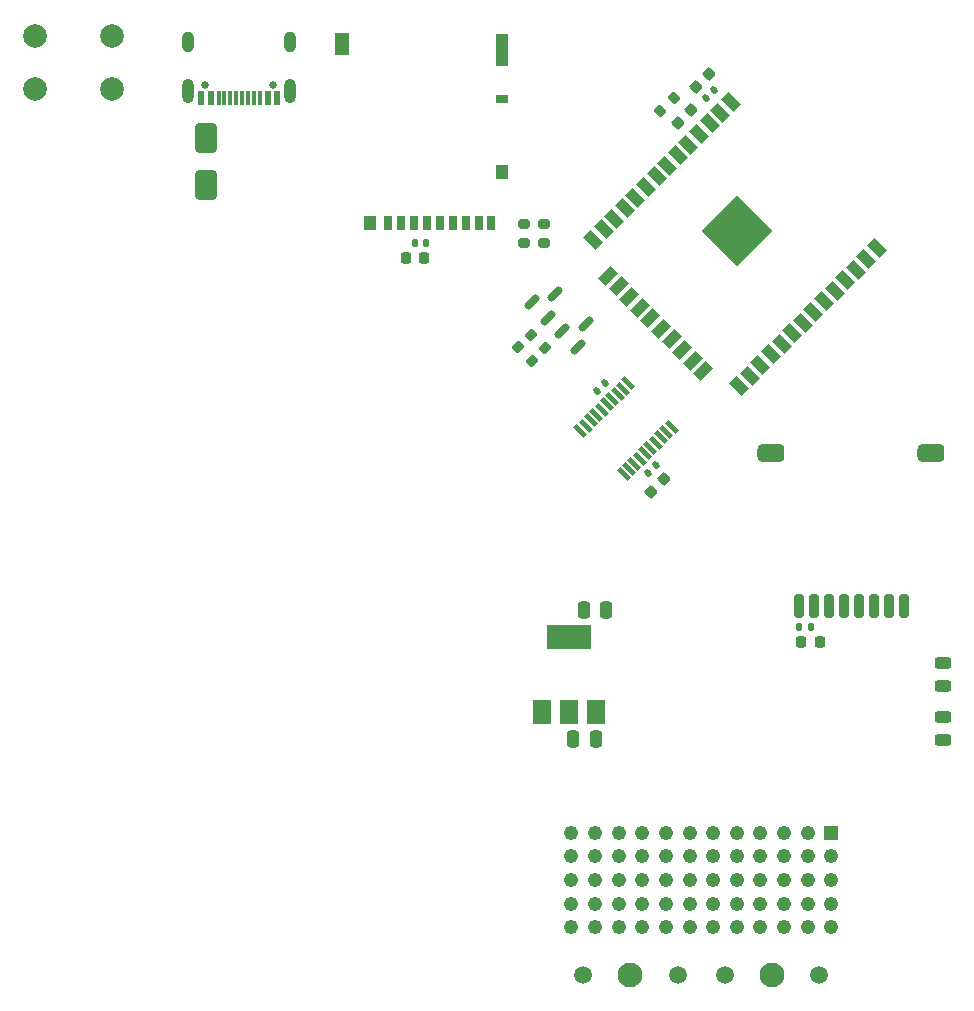
<source format=gbr>
%TF.GenerationSoftware,KiCad,Pcbnew,(7.0.0)*%
%TF.CreationDate,2023-02-28T21:09:02-08:00*%
%TF.ProjectId,daq-wireless,6461712d-7769-4726-956c-6573732e6b69,rev?*%
%TF.SameCoordinates,Original*%
%TF.FileFunction,Soldermask,Top*%
%TF.FilePolarity,Negative*%
%FSLAX46Y46*%
G04 Gerber Fmt 4.6, Leading zero omitted, Abs format (unit mm)*
G04 Created by KiCad (PCBNEW (7.0.0)) date 2023-02-28 21:09:02*
%MOMM*%
%LPD*%
G01*
G04 APERTURE LIST*
G04 Aperture macros list*
%AMRoundRect*
0 Rectangle with rounded corners*
0 $1 Rounding radius*
0 $2 $3 $4 $5 $6 $7 $8 $9 X,Y pos of 4 corners*
0 Add a 4 corners polygon primitive as box body*
4,1,4,$2,$3,$4,$5,$6,$7,$8,$9,$2,$3,0*
0 Add four circle primitives for the rounded corners*
1,1,$1+$1,$2,$3*
1,1,$1+$1,$4,$5*
1,1,$1+$1,$6,$7*
1,1,$1+$1,$8,$9*
0 Add four rect primitives between the rounded corners*
20,1,$1+$1,$2,$3,$4,$5,0*
20,1,$1+$1,$4,$5,$6,$7,0*
20,1,$1+$1,$6,$7,$8,$9,0*
20,1,$1+$1,$8,$9,$2,$3,0*%
%AMRotRect*
0 Rectangle, with rotation*
0 The origin of the aperture is its center*
0 $1 length*
0 $2 width*
0 $3 Rotation angle, in degrees counterclockwise*
0 Add horizontal line*
21,1,$1,$2,0,0,$3*%
G04 Aperture macros list end*
%ADD10RoundRect,0.140000X0.021213X-0.219203X0.219203X-0.021213X-0.021213X0.219203X-0.219203X0.021213X0*%
%ADD11RoundRect,0.140000X-0.140000X-0.170000X0.140000X-0.170000X0.140000X0.170000X-0.140000X0.170000X0*%
%ADD12RoundRect,0.150000X-0.309359X-0.521491X0.521491X0.309359X0.309359X0.521491X-0.521491X-0.309359X0*%
%ADD13RotRect,1.200000X0.400000X315.000000*%
%ADD14RoundRect,0.140000X-0.021213X0.219203X-0.219203X0.021213X0.021213X-0.219203X0.219203X-0.021213X0*%
%ADD15RoundRect,0.250000X0.250000X0.475000X-0.250000X0.475000X-0.250000X-0.475000X0.250000X-0.475000X0*%
%ADD16RoundRect,0.200000X-0.275000X0.200000X-0.275000X-0.200000X0.275000X-0.200000X0.275000X0.200000X0*%
%ADD17RotRect,1.500000X0.900000X315.000000*%
%ADD18RotRect,1.500000X0.900000X45.000000*%
%ADD19C,0.600000*%
%ADD20RotRect,4.200000X4.200000X315.000000*%
%ADD21RoundRect,0.225000X0.017678X-0.335876X0.335876X-0.017678X-0.017678X0.335876X-0.335876X0.017678X0*%
%ADD22RoundRect,0.250000X0.650000X-1.000000X0.650000X1.000000X-0.650000X1.000000X-0.650000X-1.000000X0*%
%ADD23RoundRect,0.200000X0.053033X-0.335876X0.335876X-0.053033X-0.053033X0.335876X-0.335876X0.053033X0*%
%ADD24RoundRect,0.243750X-0.456250X0.243750X-0.456250X-0.243750X0.456250X-0.243750X0.456250X0.243750X0*%
%ADD25RoundRect,0.225000X-0.225000X-0.250000X0.225000X-0.250000X0.225000X0.250000X-0.225000X0.250000X0*%
%ADD26RoundRect,0.225000X-0.017678X0.335876X-0.335876X0.017678X0.017678X-0.335876X0.335876X-0.017678X0*%
%ADD27RoundRect,0.140000X0.140000X0.170000X-0.140000X0.170000X-0.140000X-0.170000X0.140000X-0.170000X0*%
%ADD28C,0.650000*%
%ADD29R,0.600000X1.150000*%
%ADD30R,0.300000X1.150000*%
%ADD31O,1.000000X2.100000*%
%ADD32O,1.000000X1.800000*%
%ADD33RoundRect,0.200000X-0.335876X-0.053033X-0.053033X-0.335876X0.335876X0.053033X0.053033X0.335876X0*%
%ADD34RoundRect,0.200000X0.335876X0.053033X0.053033X0.335876X-0.335876X-0.053033X-0.053033X-0.335876X0*%
%ADD35RoundRect,0.200000X-0.200000X-0.800000X0.200000X-0.800000X0.200000X0.800000X-0.200000X0.800000X0*%
%ADD36RoundRect,0.375000X0.768000X0.375000X-0.768000X0.375000X-0.768000X-0.375000X0.768000X-0.375000X0*%
%ADD37C,1.500000*%
%ADD38C,2.100000*%
%ADD39R,1.243000X1.243000*%
%ADD40C,1.243000*%
%ADD41R,1.500000X2.000000*%
%ADD42R,3.800000X2.000000*%
%ADD43RoundRect,0.200000X0.275000X-0.200000X0.275000X0.200000X-0.275000X0.200000X-0.275000X-0.200000X0*%
%ADD44C,2.000000*%
%ADD45R,0.700000X1.200000*%
%ADD46R,1.000000X0.800000*%
%ADD47R,1.000000X1.200000*%
%ADD48R,1.000000X2.800000*%
%ADD49R,1.300000X1.900000*%
%ADD50RoundRect,0.250000X-0.250000X-0.475000X0.250000X-0.475000X0.250000X0.475000X-0.250000X0.475000X0*%
%ADD51RoundRect,0.225000X0.225000X0.250000X-0.225000X0.250000X-0.225000X-0.250000X0.225000X-0.250000X0*%
G04 APERTURE END LIST*
D10*
%TO.C,C7*%
X154219589Y-53806411D03*
X154898411Y-53127589D03*
%TD*%
D11*
%TO.C,C14*%
X162108000Y-98552000D03*
X163068000Y-98552000D03*
%TD*%
D12*
%TO.C,Q2*%
X142020423Y-73552074D03*
X143363926Y-74895577D03*
X144018000Y-72898000D03*
%TD*%
D13*
%TO.C,U3*%
X147607121Y-77956967D03*
X147158108Y-78405980D03*
X146709095Y-78854992D03*
X146260083Y-79304005D03*
X145811070Y-79753018D03*
X145362057Y-80202031D03*
X144913044Y-80651044D03*
X144464031Y-81100056D03*
X144015019Y-81549069D03*
X143566006Y-81998082D03*
X147242961Y-85675037D03*
X147691974Y-85226024D03*
X148140987Y-84777012D03*
X148589999Y-84327999D03*
X149039012Y-83878986D03*
X149488025Y-83429973D03*
X149937038Y-82980960D03*
X150386051Y-82531948D03*
X150835063Y-82082935D03*
X151284076Y-81633922D03*
%TD*%
D14*
%TO.C,C3*%
X149945411Y-84836000D03*
X149266589Y-85514822D03*
%TD*%
D15*
%TO.C,C4*%
X144841000Y-108077000D03*
X142941000Y-108077000D03*
%TD*%
D16*
%TO.C,R9*%
X140462000Y-64453000D03*
X140462000Y-66103000D03*
%TD*%
D17*
%TO.C,U1*%
X156299682Y-54155579D03*
X155401656Y-55053604D03*
X154503630Y-55951630D03*
X153605605Y-56849656D03*
X152707579Y-57747681D03*
X151809554Y-58645707D03*
X150911528Y-59543732D03*
X150013502Y-60441758D03*
X149115477Y-61339784D03*
X148217451Y-62237809D03*
X147319425Y-63135835D03*
X146421400Y-64033860D03*
X145523374Y-64931886D03*
X144625349Y-65829912D03*
D18*
X145891070Y-68863400D03*
X146789095Y-69761425D03*
X147687121Y-70659451D03*
X148585147Y-71557477D03*
X149483172Y-72455502D03*
X150381198Y-73353528D03*
X151279223Y-74251553D03*
X152177249Y-75149579D03*
X153075275Y-76047605D03*
X153973300Y-76945630D03*
D17*
X156999717Y-78204280D03*
X157897743Y-77306255D03*
X158795769Y-76408229D03*
X159693794Y-75510204D03*
X160591820Y-74612178D03*
X161489845Y-73714152D03*
X162387871Y-72816127D03*
X163285897Y-71918101D03*
X164183922Y-71020075D03*
X165081948Y-70122050D03*
X165979973Y-69224024D03*
X166877999Y-68325999D03*
X167776025Y-67427973D03*
X168674050Y-66529947D03*
D19*
X156276702Y-63434588D03*
X155198364Y-64512926D03*
X157355039Y-63434588D03*
X156276702Y-64512926D03*
X155198364Y-65591264D03*
X157355039Y-64512926D03*
D20*
X156815870Y-65052094D03*
D19*
X156276702Y-65591264D03*
X158433377Y-64512926D03*
X157355039Y-65591264D03*
X156276702Y-66669602D03*
X158433377Y-65591264D03*
X157355039Y-66669602D03*
%TD*%
D21*
%TO.C,C6*%
X153375992Y-52872008D03*
X154472008Y-51775992D03*
%TD*%
D22*
%TO.C,D1*%
X111887000Y-61182000D03*
X111887000Y-57182000D03*
%TD*%
D23*
%TO.C,R7*%
X150292637Y-54939363D03*
X151459363Y-53772637D03*
%TD*%
D24*
%TO.C,D3*%
X174244000Y-106250500D03*
X174244000Y-108125500D03*
%TD*%
D25*
%TO.C,C15*%
X162280000Y-99822000D03*
X163830000Y-99822000D03*
%TD*%
D26*
%TO.C,C10*%
X152948008Y-54823992D03*
X151851992Y-55920008D03*
%TD*%
D27*
%TO.C,C9*%
X130528000Y-66040000D03*
X129568000Y-66040000D03*
%TD*%
D24*
%TO.C,D2*%
X174244000Y-101678500D03*
X174244000Y-103553500D03*
%TD*%
D28*
%TO.C,J3*%
X117569000Y-52702000D03*
X111789000Y-52702000D03*
D29*
X117878999Y-53776999D03*
X117078999Y-53776999D03*
D30*
X115928999Y-53776999D03*
X114928999Y-53776999D03*
X114428999Y-53776999D03*
X113428999Y-53776999D03*
D29*
X112278999Y-53776999D03*
X111478999Y-53776999D03*
X111478999Y-53776999D03*
X112278999Y-53776999D03*
D30*
X112928999Y-53776999D03*
X113928999Y-53776999D03*
X115428999Y-53776999D03*
X116428999Y-53776999D03*
D29*
X117078999Y-53776999D03*
X117878999Y-53776999D03*
D31*
X118998999Y-53201999D03*
D32*
X118998999Y-49021999D03*
D31*
X110358999Y-53201999D03*
D32*
X110358999Y-49021999D03*
%TD*%
D33*
%TO.C,R1*%
X138293007Y-74916268D03*
X139459733Y-76082994D03*
%TD*%
D34*
%TO.C,R4*%
X140537363Y-75005363D03*
X139370637Y-73838637D03*
%TD*%
D14*
%TO.C,C1*%
X145627411Y-77892589D03*
X144948589Y-78571411D03*
%TD*%
D35*
%TO.C,U4*%
X162038000Y-96820000D03*
X163308000Y-96820000D03*
X164578000Y-96820000D03*
X165848000Y-96820000D03*
X167118000Y-96820000D03*
X168388000Y-96820000D03*
X169658000Y-96820000D03*
X170928000Y-96820000D03*
D36*
X173228000Y-83820000D03*
X159728000Y-83820000D03*
%TD*%
D37*
%TO.C,J1*%
X143800000Y-128016000D03*
D38*
X147800000Y-128016000D03*
D37*
X151800000Y-128016000D03*
X155800000Y-128016000D03*
D38*
X159800000Y-128016000D03*
D37*
X163800000Y-128016000D03*
D39*
X164799999Y-116015999D03*
D40*
X162800000Y-116016000D03*
X160800000Y-116016000D03*
X158800000Y-116016000D03*
X156800000Y-116016000D03*
X154800000Y-116016000D03*
X152800000Y-116016000D03*
X150800000Y-116016000D03*
X148800000Y-116016000D03*
X146800000Y-116016000D03*
X144800000Y-116016000D03*
X142800000Y-116016000D03*
X164800000Y-118016000D03*
X162800000Y-118016000D03*
X160800000Y-118016000D03*
X158800000Y-118016000D03*
X156800000Y-118016000D03*
X154800000Y-118016000D03*
X152800000Y-118016000D03*
X150800000Y-118016000D03*
X148800000Y-118016000D03*
X146800000Y-118016000D03*
X144800000Y-118016000D03*
X142800000Y-118016000D03*
X164800000Y-120016000D03*
X162800000Y-120016000D03*
X160800000Y-120016000D03*
X158800000Y-120016000D03*
X156800000Y-120016000D03*
X154800000Y-120016000D03*
X152800000Y-120016000D03*
X150800000Y-120016000D03*
X148800000Y-120016000D03*
X146800000Y-120016000D03*
X144800000Y-120016000D03*
X142800000Y-120016000D03*
X164800000Y-122016000D03*
X162800000Y-122016000D03*
X160800000Y-122016000D03*
X158800000Y-122016000D03*
X156800000Y-122016000D03*
X154800000Y-122016000D03*
X152800000Y-122016000D03*
X150800000Y-122016000D03*
X148800000Y-122016000D03*
X146800000Y-122016000D03*
X144800000Y-122016000D03*
X142800000Y-122016000D03*
X164800000Y-124016000D03*
X162800000Y-124016000D03*
X160800000Y-124016000D03*
X158800000Y-124016000D03*
X156800000Y-124016000D03*
X154800000Y-124016000D03*
X152800000Y-124016000D03*
X150800000Y-124016000D03*
X148800000Y-124016000D03*
X146800000Y-124016000D03*
X144800000Y-124016000D03*
X142800000Y-124016000D03*
%TD*%
D12*
%TO.C,Q1*%
X139450443Y-71093110D03*
X140793946Y-72436613D03*
X141448020Y-70439036D03*
%TD*%
D41*
%TO.C,U2*%
X140320999Y-105765999D03*
X142620999Y-105765999D03*
D42*
X142620999Y-99465999D03*
D41*
X144920999Y-105765999D03*
%TD*%
D43*
%TO.C,R8*%
X138811000Y-66103000D03*
X138811000Y-64453000D03*
%TD*%
D44*
%TO.C,SW1*%
X97386000Y-48514000D03*
X103886000Y-48514000D03*
X97386000Y-53014000D03*
X103886000Y-53014000D03*
%TD*%
D45*
%TO.C,J2*%
X127302999Y-64366999D03*
X128402999Y-64366999D03*
X129502999Y-64366999D03*
X130602999Y-64366999D03*
X131702999Y-64366999D03*
X132802999Y-64366999D03*
X133902999Y-64366999D03*
X135002999Y-64366999D03*
X135952999Y-64366999D03*
D46*
X136902999Y-53866999D03*
D47*
X136902999Y-60066999D03*
D48*
X136902999Y-49716999D03*
D47*
X125752999Y-64366999D03*
D49*
X123402999Y-49266999D03*
%TD*%
D50*
%TO.C,C5*%
X143830000Y-97155000D03*
X145730000Y-97155000D03*
%TD*%
D26*
%TO.C,C2*%
X150662008Y-86065992D03*
X149565992Y-87162008D03*
%TD*%
D51*
%TO.C,C8*%
X130315000Y-67310000D03*
X128765000Y-67310000D03*
%TD*%
M02*

</source>
